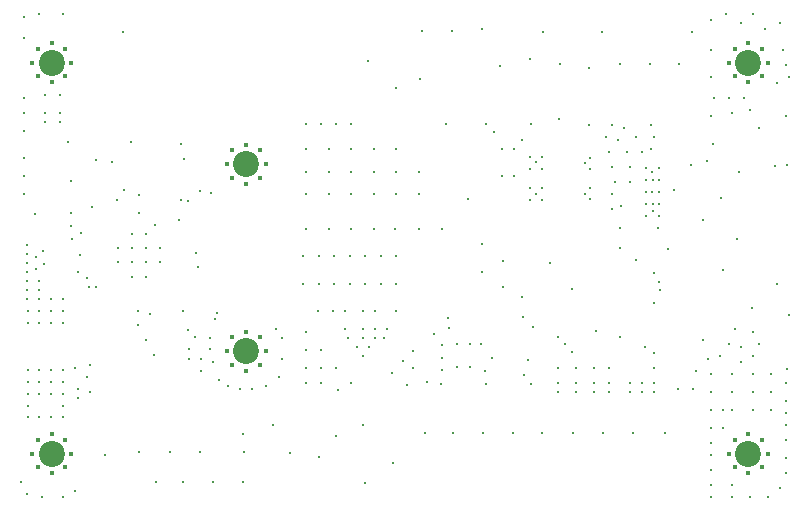
<source format=gbr>
%TF.GenerationSoftware,KiCad,Pcbnew,(5.1.5)-3*%
%TF.CreationDate,2020-01-05T10:53:19-07:00*%
%TF.ProjectId,spi_control,7370695f-636f-46e7-9472-6f6c2e6b6963,A*%
%TF.SameCoordinates,Original*%
%TF.FileFunction,Plated,1,4,PTH,Drill*%
%TF.FilePolarity,Positive*%
%FSLAX46Y46*%
G04 Gerber Fmt 4.6, Leading zero omitted, Abs format (unit mm)*
G04 Created by KiCad (PCBNEW (5.1.5)-3) date 2020-01-05 10:53:19*
%MOMM*%
%LPD*%
G04 APERTURE LIST*
%TA.AperFunction,ViaDrill*%
%ADD10C,0.300000*%
%TD*%
%TA.AperFunction,ComponentDrill*%
%ADD11C,0.400000*%
%TD*%
%TA.AperFunction,ComponentDrill*%
%ADD12C,2.200000*%
%TD*%
G04 APERTURE END LIST*
D10*
X114300000Y-125984000D03*
X114554000Y-86614000D03*
X114554000Y-88392000D03*
X114554000Y-93472000D03*
X114554000Y-94742000D03*
X114554000Y-96266000D03*
X114554000Y-98552000D03*
X114554000Y-100076000D03*
X114554000Y-101600000D03*
X114808000Y-105918000D03*
X114808000Y-106680000D03*
X114808000Y-107442000D03*
X114808000Y-108204000D03*
X114808000Y-108966000D03*
X114808000Y-109728000D03*
X114808000Y-110490000D03*
X114808000Y-127000000D03*
X114858800Y-111506000D03*
X114858800Y-112506000D03*
X114858800Y-116506000D03*
X114858800Y-117506000D03*
X114858800Y-118506000D03*
X114858800Y-119506000D03*
X114858800Y-120506000D03*
X115519200Y-103251000D03*
X115570000Y-106934000D03*
X115570000Y-107950000D03*
X115824000Y-86360000D03*
X115824000Y-108966000D03*
X115824000Y-109728000D03*
X115824000Y-110490000D03*
X115858800Y-111506000D03*
X115858800Y-112506000D03*
X115858800Y-116506000D03*
X115858800Y-117506000D03*
X115858800Y-118506000D03*
X115858800Y-120506000D03*
X116078000Y-127254000D03*
X116141500Y-106387900D03*
X116230400Y-107492800D03*
X116332000Y-93218000D03*
X116332000Y-94742000D03*
X116332000Y-95504000D03*
X116840000Y-110490000D03*
X116858800Y-111506000D03*
X116858800Y-112506000D03*
X116858800Y-116506000D03*
X116858800Y-117506000D03*
X116858800Y-118506000D03*
X116858800Y-120506000D03*
X117602000Y-93218000D03*
X117602000Y-94742000D03*
X117602000Y-95504000D03*
X117856000Y-86360000D03*
X117856000Y-110490000D03*
X117856000Y-127254000D03*
X117858800Y-111506000D03*
X117858800Y-112506000D03*
X117858800Y-116506000D03*
X117858800Y-117506000D03*
X117858800Y-118506000D03*
X117858800Y-119506000D03*
X117858800Y-120506000D03*
X118237000Y-97218500D03*
X118516400Y-103225600D03*
X118516400Y-104343200D03*
X118567200Y-100482400D03*
X118618020Y-105410000D03*
X118872000Y-116332000D03*
X118872000Y-126746000D03*
X119126000Y-108204000D03*
X119126000Y-118110000D03*
X119126000Y-118872000D03*
X119329200Y-106730800D03*
X119380000Y-104902000D03*
X119856430Y-108692303D03*
X119888000Y-117094000D03*
X120025450Y-109472344D03*
X120142000Y-116078000D03*
X120142000Y-118364000D03*
X120292821Y-102678444D03*
X120625402Y-109480872D03*
X120650000Y-98729800D03*
X121412000Y-123698000D03*
X122021600Y-98907600D03*
X122429637Y-102064555D03*
X122504200Y-106185000D03*
X122504200Y-107385000D03*
X122936000Y-87884000D03*
X123037600Y-101244400D03*
X123614000Y-97180400D03*
X123704200Y-104985000D03*
X123704200Y-106185000D03*
X123704200Y-107385000D03*
X123704200Y-108585000D03*
X124167900Y-112704880D03*
X124206008Y-111506000D03*
X124269500Y-123444000D03*
X124307600Y-101650800D03*
X124307620Y-103225600D03*
X124841000Y-113919000D03*
X124904200Y-104985000D03*
X124904200Y-106185000D03*
X124904200Y-107385000D03*
X124904200Y-108585000D03*
X125222000Y-111760000D03*
X125521720Y-115219480D03*
X125630002Y-104230002D03*
X125730000Y-125984000D03*
X126104200Y-106185000D03*
X126104200Y-107385000D03*
X126873000Y-123444000D03*
X127630000Y-103780800D03*
X127831823Y-102110633D03*
X127863604Y-97332800D03*
X128016000Y-125984000D03*
X128020189Y-111501811D03*
X128079520Y-98615500D03*
X128397000Y-113093500D03*
X128422408Y-102158800D03*
X128524000Y-114744500D03*
X128524000Y-115570000D03*
X129032000Y-113728500D03*
X129133600Y-106578400D03*
X129286000Y-107797600D03*
X129413000Y-123444000D03*
X129438400Y-101346000D03*
X129540000Y-115570000D03*
X129540000Y-116586000D03*
X130302000Y-113792000D03*
X130302000Y-114744500D03*
X130380000Y-101480000D03*
X130556000Y-115824000D03*
X130556000Y-125984000D03*
X130692094Y-112204932D03*
X130873507Y-111632993D03*
X131064000Y-117348000D03*
X131826000Y-117856000D03*
X132842000Y-118110000D03*
X133096000Y-121920000D03*
X133096000Y-125984000D03*
X133159500Y-123444000D03*
X133858000Y-118110000D03*
X135064500Y-117856000D03*
X135636000Y-121158000D03*
X135890000Y-113030000D03*
X136144000Y-117094000D03*
X136398000Y-113792000D03*
X136398000Y-115570000D03*
X137033008Y-123507500D03*
X138176000Y-106807000D03*
X138176000Y-109220000D03*
X138430000Y-95707212D03*
X138430000Y-97790000D03*
X138430000Y-99695000D03*
X138430000Y-101600000D03*
X138430000Y-104584500D03*
X138430000Y-113284000D03*
X138430000Y-114808000D03*
X138430000Y-116332000D03*
X138430000Y-117635020D03*
X139446000Y-111506000D03*
X139488333Y-106807000D03*
X139488333Y-109220000D03*
X139509504Y-123825000D03*
X139700000Y-95656332D03*
X139700000Y-114808000D03*
X139700000Y-116332000D03*
X139700000Y-117627400D03*
X140335000Y-97790000D03*
X140335000Y-99695000D03*
X140335000Y-101600000D03*
X140335000Y-104584500D03*
X140716000Y-111506000D03*
X140800666Y-106807000D03*
X140800666Y-109220000D03*
X140923510Y-122047826D03*
X140970000Y-95638618D03*
X140970000Y-116332000D03*
X141160500Y-118173500D03*
X141732000Y-111506000D03*
X141732000Y-113030000D03*
X141986000Y-113792000D03*
X142112999Y-106807000D03*
X142112999Y-109220000D03*
X142240000Y-95664020D03*
X142240000Y-97790000D03*
X142240000Y-99695000D03*
X142240000Y-101600000D03*
X142240000Y-104584500D03*
X142240000Y-117602000D03*
X142748000Y-114554000D03*
X143236000Y-121158000D03*
X143256000Y-111506000D03*
X143256000Y-113030000D03*
X143256000Y-113792000D03*
X143256000Y-115316000D03*
X143383000Y-126047500D03*
X143425332Y-106807000D03*
X143425332Y-109220000D03*
X143637000Y-90297000D03*
X143764000Y-114554000D03*
X144145000Y-97790000D03*
X144145000Y-99695000D03*
X144145000Y-101600000D03*
X144145000Y-104584500D03*
X144272000Y-111506000D03*
X144272000Y-113030000D03*
X144272000Y-113792000D03*
X144737665Y-106807000D03*
X144737665Y-109220000D03*
X145034000Y-113792000D03*
X145288000Y-113030000D03*
X145732500Y-116776500D03*
X145796000Y-124396500D03*
X145986500Y-104584500D03*
X146050000Y-92598244D03*
X146050000Y-97790000D03*
X146050000Y-99695000D03*
X146050000Y-101600000D03*
X146050000Y-106807000D03*
X146050000Y-109220000D03*
X146050000Y-111506000D03*
X146621500Y-115760500D03*
X146939000Y-117785611D03*
X147510500Y-114871500D03*
X147510500Y-116332000D03*
X147955000Y-99695000D03*
X147955000Y-101600000D03*
X147955000Y-104584500D03*
X148064990Y-91884500D03*
X148209000Y-87757000D03*
X148463000Y-121793000D03*
X148630000Y-117480000D03*
X149288500Y-113474508D03*
X149860000Y-117655338D03*
X149923500Y-104584500D03*
X149923500Y-114363500D03*
X149923500Y-115443000D03*
X149923500Y-116522500D03*
X150309580Y-95674178D03*
X150431500Y-112077500D03*
X150495000Y-112966500D03*
X150749000Y-87757000D03*
X150876000Y-121793000D03*
X151240000Y-114300000D03*
X151240000Y-116205000D03*
X152146000Y-101981000D03*
X152290000Y-114300000D03*
X152290000Y-116205000D03*
X153225500Y-114300000D03*
X153289000Y-87630000D03*
X153289000Y-108204000D03*
X153352500Y-105854500D03*
X153416000Y-121793000D03*
X153543000Y-116586000D03*
X153670000Y-95653860D03*
X153670000Y-117657878D03*
X154178000Y-115443000D03*
X154368498Y-96329500D03*
X154813000Y-90741500D03*
X155020000Y-97760000D03*
X155020000Y-100046000D03*
X155067000Y-107251500D03*
X155067000Y-109474000D03*
X155956000Y-121793000D03*
X156070000Y-97760000D03*
X156070000Y-100046000D03*
X156718000Y-97028000D03*
X156718000Y-110299500D03*
X156781500Y-112014000D03*
X156908500Y-116903500D03*
X157226000Y-115633500D03*
X157353000Y-90170000D03*
X157353000Y-98425000D03*
X157353000Y-99441000D03*
X157353000Y-101092000D03*
X157353000Y-102108000D03*
X157480000Y-95653860D03*
X157480000Y-117698520D03*
X157607000Y-112839500D03*
X157866080Y-98905060D03*
X157876240Y-101622860D03*
X158369000Y-98425000D03*
X158369000Y-99441000D03*
X158369000Y-101092000D03*
X158369000Y-102108000D03*
X158369000Y-121793000D03*
X158496000Y-87884000D03*
X159067500Y-107442000D03*
X159766000Y-113665000D03*
X159766000Y-116332000D03*
X159766000Y-117602000D03*
X159766000Y-118364000D03*
X159829496Y-95250000D03*
X159893000Y-90614500D03*
X160337508Y-114300000D03*
X160909000Y-109664500D03*
X160909000Y-114998500D03*
X161036000Y-121793000D03*
X161290000Y-116332000D03*
X161290000Y-117602000D03*
X161290000Y-118364000D03*
X162034220Y-98976180D03*
X162034220Y-101566980D03*
X162369500Y-90932000D03*
X162369500Y-95758000D03*
X162433000Y-98552000D03*
X162433000Y-99441000D03*
X162433000Y-101092000D03*
X162433000Y-101981000D03*
X162814000Y-116332000D03*
X162814000Y-117602000D03*
X162814000Y-118364000D03*
X163017200Y-113182400D03*
X163449000Y-87884000D03*
X163576000Y-121793000D03*
X163830000Y-96774000D03*
X164084000Y-98044000D03*
X164084000Y-116332000D03*
X164084000Y-117602000D03*
X164084000Y-118364000D03*
X164338000Y-95758000D03*
X164338000Y-99314000D03*
X164338000Y-101600000D03*
X164338000Y-102870000D03*
X164592000Y-100584000D03*
X164846000Y-97028000D03*
X164973000Y-90614500D03*
X164973000Y-113728500D03*
X165013640Y-106128820D03*
X165049200Y-104495600D03*
X165100000Y-102616000D03*
X165354000Y-96012000D03*
X165608000Y-98044000D03*
X165862000Y-99314000D03*
X165862000Y-100584000D03*
X165862000Y-117602000D03*
X165862000Y-118364000D03*
X166116000Y-121793000D03*
X166370000Y-96774000D03*
X166403020Y-107208320D03*
X166878000Y-98044000D03*
X166878000Y-117602000D03*
X166878000Y-118364000D03*
X167157400Y-114513360D03*
X167195500Y-99377500D03*
X167195500Y-100393500D03*
X167195500Y-101409500D03*
X167195500Y-102425500D03*
X167195500Y-103441500D03*
X167513000Y-90614500D03*
X167640000Y-95758000D03*
X167640000Y-97790000D03*
X167756840Y-99748340D03*
X167756840Y-101414580D03*
X167767000Y-102430580D03*
X167767000Y-103014780D03*
X167779700Y-100396040D03*
X167894000Y-96774000D03*
X167894000Y-115062000D03*
X167894000Y-116332000D03*
X167894000Y-117602000D03*
X167894000Y-118364000D03*
X167919400Y-110845600D03*
X167921940Y-108323380D03*
X168198800Y-104495600D03*
X168325800Y-109024420D03*
X168338500Y-99377500D03*
X168338500Y-100393500D03*
X168338500Y-101409500D03*
X168338500Y-102425500D03*
X168338500Y-103441500D03*
X168379140Y-109687360D03*
X168783000Y-121793000D03*
X169100500Y-106272490D03*
X169608501Y-101218999D03*
X169926000Y-118110000D03*
X169989500Y-90614500D03*
X171005500Y-99123500D03*
X171069000Y-87884000D03*
X171196000Y-118110000D03*
X171450000Y-116586000D03*
X172021500Y-103759000D03*
X172059600Y-113995200D03*
X172379500Y-98765500D03*
X172466000Y-115570000D03*
X172720000Y-86868000D03*
X172720000Y-89408000D03*
X172720000Y-91694000D03*
X172720000Y-94996000D03*
X172720000Y-116840000D03*
X172720000Y-118364000D03*
X172720000Y-119888000D03*
X172720000Y-121412000D03*
X172720000Y-122682000D03*
X172720000Y-123698000D03*
X172720000Y-124968000D03*
X172720000Y-126238000D03*
X172720000Y-127254000D03*
X172910500Y-97345500D03*
X172974000Y-93472000D03*
X173482000Y-115316000D03*
X173545500Y-101944010D03*
X173736000Y-108013500D03*
X173736000Y-119888000D03*
X173736000Y-121412000D03*
X173990000Y-86360000D03*
X174244000Y-93472000D03*
X174244000Y-114300000D03*
X174498000Y-94742000D03*
X174498000Y-116840000D03*
X174498000Y-118364000D03*
X174498000Y-119888000D03*
X174498000Y-126238000D03*
X174498000Y-127254000D03*
X174752000Y-113030000D03*
X174879000Y-105376497D03*
X175069500Y-99758500D03*
X175260000Y-87122000D03*
X175260000Y-114554000D03*
X175260000Y-115824000D03*
X175514000Y-93472000D03*
X176022000Y-94488000D03*
X176022000Y-127254000D03*
X176225200Y-111252000D03*
X176276000Y-86360000D03*
X176276000Y-113284000D03*
X176276000Y-115316000D03*
X176276000Y-116840000D03*
X176276000Y-118364000D03*
X176276000Y-119888000D03*
X176784000Y-114300000D03*
X176784020Y-96012000D03*
X177292000Y-87630000D03*
X177546000Y-127254000D03*
X177800000Y-116840000D03*
X177800000Y-118364000D03*
X177800000Y-119888000D03*
X178155600Y-99192080D03*
X178308000Y-92202000D03*
X178308000Y-109220000D03*
X178562000Y-87122000D03*
X178562000Y-126492000D03*
X178816000Y-89408000D03*
X179070000Y-90678000D03*
X179070000Y-94996000D03*
X179070000Y-117602000D03*
X179070000Y-119126000D03*
X179070000Y-120142000D03*
X179070000Y-121158000D03*
X179070000Y-122428000D03*
X179070000Y-123952000D03*
X179070000Y-125222000D03*
X179110500Y-99171902D03*
X179171602Y-116442916D03*
X179285900Y-111848900D03*
X179324000Y-91694000D03*
D11*
%TO.C,H3*%
X174230000Y-123571000D03*
X174713274Y-122404274D03*
X174713274Y-124737726D03*
X175880000Y-121921000D03*
X175880000Y-125221000D03*
X177046726Y-122404274D03*
X177046726Y-124737726D03*
X177530000Y-123571000D03*
%TO.C,H5*%
X131700000Y-99060000D03*
X132183274Y-97893274D03*
X132183274Y-100226726D03*
X133350000Y-97410000D03*
X133350000Y-100710000D03*
X134516726Y-97893274D03*
X134516726Y-100226726D03*
X135000000Y-99060000D03*
%TO.C,H2*%
X115230000Y-123571000D03*
X115713274Y-122404274D03*
X115713274Y-124737726D03*
X116880000Y-121921000D03*
X116880000Y-125221000D03*
X118046726Y-122404274D03*
X118046726Y-124737726D03*
X118530000Y-123571000D03*
%TO.C,H4*%
X174230000Y-90480000D03*
X174713274Y-89313274D03*
X174713274Y-91646726D03*
X175880000Y-88830000D03*
X175880000Y-92130000D03*
X177046726Y-89313274D03*
X177046726Y-91646726D03*
X177530000Y-90480000D03*
%TO.C,H1*%
X115230000Y-90480000D03*
X115713274Y-89313274D03*
X115713274Y-91646726D03*
X116880000Y-88830000D03*
X116880000Y-92130000D03*
X118046726Y-89313274D03*
X118046726Y-91646726D03*
X118530000Y-90480000D03*
%TO.C,H6*%
X131700000Y-114891000D03*
X132183274Y-113724274D03*
X132183274Y-116057726D03*
X133350000Y-113241000D03*
X133350000Y-116541000D03*
X134516726Y-113724274D03*
X134516726Y-116057726D03*
X135000000Y-114891000D03*
D12*
%TO.C,H3*%
X175880000Y-123571000D03*
%TO.C,H2*%
X116880000Y-123571000D03*
%TO.C,H4*%
X175880000Y-90480000D03*
%TO.C,H1*%
X116880000Y-90480000D03*
%TO.C,H6*%
X133350000Y-114891000D03*
%TO.C,H5*%
X133350000Y-99060000D03*
M02*

</source>
